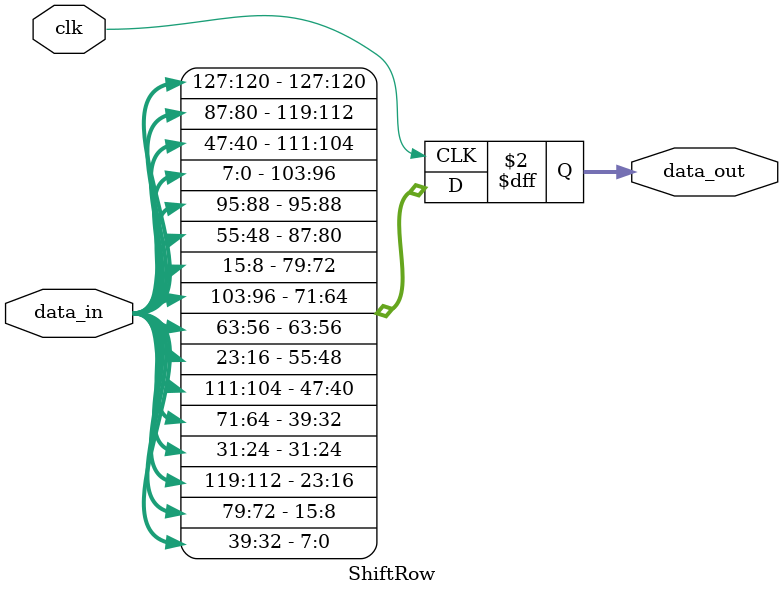
<source format=v>
`timescale 1ns / 1ps


module ShiftRow(
    input clk,
    input [127:0] data_in,
    output reg [127:0] data_out
);
    
    always @(posedge clk) begin
        // First row remains unchanged
        data_out[127:120] <= data_in[127:120];
        data_out[95:88]   <= data_in[95:88];
        data_out[63:56]   <= data_in[63:56];
        data_out[31:24]   <= data_in[31:24];

        // Second row shifted left by 1 byte
        data_out[119:112] <= data_in[87:80];
        data_out[87:80]   <= data_in[55:48];
        data_out[55:48]   <= data_in[23:16];
        data_out[23:16]   <= data_in[119:112];

        // Third row shifted left by 2 bytes
        data_out[111:104] <= data_in[47:40];
        data_out[79:72]   <= data_in[15:8];
        data_out[47:40]   <= data_in[111:104];
        data_out[15:8]    <= data_in[79:72];

        // Fourth row shifted left by 3 bytes
        data_out[103:96]  <= data_in[7:0];
        data_out[71:64]   <= data_in[103:96];
        data_out[39:32]   <= data_in[71:64];
        data_out[7:0]     <= data_in[39:32];
    end
endmodule


</source>
